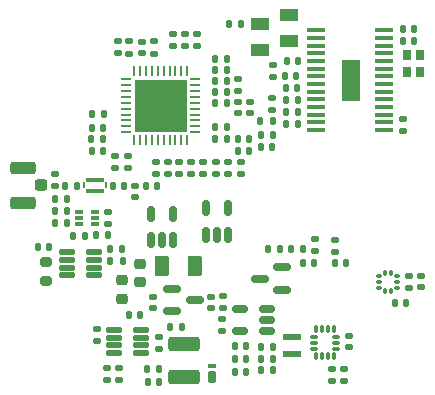
<source format=gbr>
%TF.GenerationSoftware,KiCad,Pcbnew,9.0.1*%
%TF.CreationDate,2026-02-05T11:07:33+03:00*%
%TF.ProjectId,Flybot_FC,466c7962-6f74-45f4-9643-2e6b69636164,rev?*%
%TF.SameCoordinates,Original*%
%TF.FileFunction,Paste,Bot*%
%TF.FilePolarity,Positive*%
%FSLAX46Y46*%
G04 Gerber Fmt 4.6, Leading zero omitted, Abs format (unit mm)*
G04 Created by KiCad (PCBNEW 9.0.1) date 2026-02-05 11:07:33*
%MOMM*%
%LPD*%
G01*
G04 APERTURE LIST*
G04 Aperture macros list*
%AMRoundRect*
0 Rectangle with rounded corners*
0 $1 Rounding radius*
0 $2 $3 $4 $5 $6 $7 $8 $9 X,Y pos of 4 corners*
0 Add a 4 corners polygon primitive as box body*
4,1,4,$2,$3,$4,$5,$6,$7,$8,$9,$2,$3,0*
0 Add four circle primitives for the rounded corners*
1,1,$1+$1,$2,$3*
1,1,$1+$1,$4,$5*
1,1,$1+$1,$6,$7*
1,1,$1+$1,$8,$9*
0 Add four rect primitives between the rounded corners*
20,1,$1+$1,$2,$3,$4,$5,0*
20,1,$1+$1,$4,$5,$6,$7,0*
20,1,$1+$1,$6,$7,$8,$9,0*
20,1,$1+$1,$8,$9,$2,$3,0*%
G04 Aperture macros list end*
%ADD10C,0.010000*%
%ADD11R,4.500000X4.500000*%
%ADD12RoundRect,0.062500X-0.062500X0.350000X-0.062500X-0.350000X0.062500X-0.350000X0.062500X0.350000X0*%
%ADD13RoundRect,0.062500X-0.350000X0.062500X-0.350000X-0.062500X0.350000X-0.062500X0.350000X0.062500X0*%
%ADD14RoundRect,0.150000X0.587500X0.150000X-0.587500X0.150000X-0.587500X-0.150000X0.587500X-0.150000X0*%
%ADD15RoundRect,0.150000X0.512500X0.150000X-0.512500X0.150000X-0.512500X-0.150000X0.512500X-0.150000X0*%
%ADD16RoundRect,0.087500X-0.087500X0.225000X-0.087500X-0.225000X0.087500X-0.225000X0.087500X0.225000X0*%
%ADD17RoundRect,0.087500X-0.225000X0.087500X-0.225000X-0.087500X0.225000X-0.087500X0.225000X0.087500X0*%
%ADD18RoundRect,0.140000X-0.140000X-0.170000X0.140000X-0.170000X0.140000X0.170000X-0.140000X0.170000X0*%
%ADD19RoundRect,0.140000X-0.170000X0.140000X-0.170000X-0.140000X0.170000X-0.140000X0.170000X0.140000X0*%
%ADD20RoundRect,0.135000X0.135000X0.185000X-0.135000X0.185000X-0.135000X-0.185000X0.135000X-0.185000X0*%
%ADD21RoundRect,0.135000X-0.135000X-0.185000X0.135000X-0.185000X0.135000X0.185000X-0.135000X0.185000X0*%
%ADD22RoundRect,0.250000X0.375000X0.625000X-0.375000X0.625000X-0.375000X-0.625000X0.375000X-0.625000X0*%
%ADD23RoundRect,0.140000X0.140000X0.170000X-0.140000X0.170000X-0.140000X-0.170000X0.140000X-0.170000X0*%
%ADD24R,1.600000X0.300000*%
%ADD25R,0.250000X0.500000*%
%ADD26RoundRect,0.135000X-0.185000X0.135000X-0.185000X-0.135000X0.185000X-0.135000X0.185000X0.135000X0*%
%ADD27RoundRect,0.250000X0.275000X0.250000X-0.275000X0.250000X-0.275000X-0.250000X0.275000X-0.250000X0*%
%ADD28RoundRect,0.250000X0.850000X0.275000X-0.850000X0.275000X-0.850000X-0.275000X0.850000X-0.275000X0*%
%ADD29RoundRect,0.135000X0.185000X-0.135000X0.185000X0.135000X-0.185000X0.135000X-0.185000X-0.135000X0*%
%ADD30RoundRect,0.140000X0.170000X-0.140000X0.170000X0.140000X-0.170000X0.140000X-0.170000X-0.140000X0*%
%ADD31RoundRect,0.150000X0.150000X-0.512500X0.150000X0.512500X-0.150000X0.512500X-0.150000X-0.512500X0*%
%ADD32RoundRect,0.051250X0.688750X0.153750X-0.688750X0.153750X-0.688750X-0.153750X0.688750X-0.153750X0*%
%ADD33R,1.600000X1.000000*%
%ADD34RoundRect,0.147500X-0.147500X-0.172500X0.147500X-0.172500X0.147500X0.172500X-0.147500X0.172500X0*%
%ADD35RoundRect,0.200000X0.275000X-0.200000X0.275000X0.200000X-0.275000X0.200000X-0.275000X-0.200000X0*%
%ADD36RoundRect,0.150000X-0.587500X-0.150000X0.587500X-0.150000X0.587500X0.150000X-0.587500X0.150000X0*%
%ADD37RoundRect,0.147500X0.147500X0.172500X-0.147500X0.172500X-0.147500X-0.172500X0.147500X-0.172500X0*%
%ADD38RoundRect,0.125000X-0.537500X-0.125000X0.537500X-0.125000X0.537500X0.125000X-0.537500X0.125000X0*%
%ADD39RoundRect,0.147500X-0.172500X0.147500X-0.172500X-0.147500X0.172500X-0.147500X0.172500X0.147500X0*%
%ADD40RoundRect,0.137500X-0.662500X0.137500X-0.662500X-0.137500X0.662500X-0.137500X0.662500X0.137500X0*%
%ADD41RoundRect,0.225000X0.250000X-0.225000X0.250000X0.225000X-0.250000X0.225000X-0.250000X-0.225000X0*%
%ADD42RoundRect,0.087500X-0.250000X-0.087500X0.250000X-0.087500X0.250000X0.087500X-0.250000X0.087500X0*%
%ADD43R,0.800000X0.900000*%
%ADD44RoundRect,0.087500X0.087500X-0.125000X0.087500X0.125000X-0.087500X0.125000X-0.087500X-0.125000X0*%
%ADD45RoundRect,0.087500X0.125000X-0.087500X0.125000X0.087500X-0.125000X0.087500X-0.125000X-0.087500X0*%
%ADD46RoundRect,0.218750X-0.256250X0.218750X-0.256250X-0.218750X0.256250X-0.218750X0.256250X0.218750X0*%
%ADD47RoundRect,0.096250X-0.248750X0.096250X-0.248750X-0.096250X0.248750X-0.096250X0.248750X0.096250X0*%
%ADD48RoundRect,0.172500X-0.172500X0.345000X-0.172500X-0.345000X0.172500X-0.345000X0.172500X0.345000X0*%
%ADD49RoundRect,0.250000X-1.075000X0.375000X-1.075000X-0.375000X1.075000X-0.375000X1.075000X0.375000X0*%
%ADD50RoundRect,0.147500X0.172500X-0.147500X0.172500X0.147500X-0.172500X0.147500X-0.172500X-0.147500X0*%
G04 APERTURE END LIST*
D10*
%TO.C,U2*%
X146363000Y-90425000D02*
X144937000Y-90425000D01*
X144937000Y-87075000D01*
X146363000Y-87075000D01*
X146363000Y-90425000D01*
G36*
X146363000Y-90425000D02*
G01*
X144937000Y-90425000D01*
X144937000Y-87075000D01*
X146363000Y-87075000D01*
X146363000Y-90425000D01*
G37*
%TD*%
D11*
%TO.C,U3*%
X129605000Y-90905000D03*
D12*
X127355000Y-87967500D03*
X127855000Y-87967500D03*
X128355000Y-87967500D03*
X128855000Y-87967500D03*
X129355000Y-87967500D03*
X129855000Y-87967500D03*
X130355000Y-87967500D03*
X130855000Y-87967500D03*
X131355000Y-87967500D03*
X131855000Y-87967500D03*
D13*
X132542500Y-88655000D03*
X132542500Y-89155000D03*
X132542500Y-89655000D03*
X132542500Y-90155000D03*
X132542500Y-90655000D03*
X132542500Y-91155000D03*
X132542500Y-91655000D03*
X132542500Y-92155000D03*
X132542500Y-92655000D03*
X132542500Y-93155000D03*
D12*
X131855000Y-93842500D03*
X131355000Y-93842500D03*
X130855000Y-93842500D03*
X130355000Y-93842500D03*
X129855000Y-93842500D03*
X129355000Y-93842500D03*
X128855000Y-93842500D03*
X128355000Y-93842500D03*
X127855000Y-93842500D03*
X127355000Y-93842500D03*
D13*
X126667500Y-93155000D03*
X126667500Y-92655000D03*
X126667500Y-92155000D03*
X126667500Y-91655000D03*
X126667500Y-91155000D03*
X126667500Y-90655000D03*
X126667500Y-90155000D03*
X126667500Y-89655000D03*
X126667500Y-89155000D03*
X126667500Y-88655000D03*
%TD*%
D14*
%TO.C,Q4*%
X139847500Y-104600000D03*
X139847500Y-106500000D03*
X137972500Y-105550000D03*
%TD*%
D15*
%TO.C,U10*%
X138607500Y-108110000D03*
X138607500Y-109060000D03*
X138607500Y-110010000D03*
X136332500Y-110010000D03*
X136332500Y-108110000D03*
%TD*%
D16*
%TO.C,U7*%
X142760000Y-109807500D03*
X143260000Y-109807500D03*
X143760000Y-109807500D03*
X144260000Y-109807500D03*
D17*
X144422500Y-110470000D03*
X144422500Y-110970000D03*
X144422500Y-111470000D03*
D16*
X144260000Y-112132500D03*
X143760000Y-112132500D03*
X143260000Y-112132500D03*
X142760000Y-112132500D03*
D17*
X142597500Y-111470000D03*
X142597500Y-110970000D03*
X142597500Y-110470000D03*
%TD*%
D18*
%TO.C,C63*%
X149425000Y-107607500D03*
X150385000Y-107607500D03*
%TD*%
D19*
%TO.C,C53*%
X125762500Y-95185000D03*
X125762500Y-96145000D03*
%TD*%
D20*
%TO.C,R12*%
X136410000Y-84020000D03*
X135390000Y-84020000D03*
%TD*%
D21*
%TO.C,R31*%
X122140000Y-101900000D03*
X123160000Y-101900000D03*
%TD*%
D22*
%TO.C,TH1*%
X132527500Y-104452500D03*
X129727500Y-104452500D03*
%TD*%
D20*
%TO.C,R18*%
X135210000Y-90690000D03*
X134190000Y-90690000D03*
%TD*%
D23*
%TO.C,C81*%
X139087500Y-113320000D03*
X138127500Y-113320000D03*
%TD*%
D24*
%TO.C,X1*%
X124030000Y-98135000D03*
D25*
X124955000Y-97660000D03*
D24*
X124030000Y-97185000D03*
D25*
X123105000Y-97660000D03*
%TD*%
D26*
%TO.C,R22*%
X144350000Y-102240000D03*
X144350000Y-103260000D03*
%TD*%
D19*
%TO.C,C37*%
X136422500Y-95695000D03*
X136422500Y-96655000D03*
%TD*%
D26*
%TO.C,R37*%
X125030000Y-113130000D03*
X125030000Y-114150000D03*
%TD*%
D18*
%TO.C,C20*%
X150130000Y-85420000D03*
X151090000Y-85420000D03*
%TD*%
D19*
%TO.C,C52*%
X135292500Y-95695000D03*
X135292500Y-96655000D03*
%TD*%
D18*
%TO.C,C47*%
X136146500Y-93705000D03*
X137106500Y-93705000D03*
%TD*%
D20*
%TO.C,R20*%
X139072500Y-92235000D03*
X138052500Y-92235000D03*
%TD*%
D27*
%TO.C,AE1*%
X119500000Y-97660000D03*
D28*
X117975000Y-99135000D03*
X117975000Y-96185000D03*
%TD*%
D26*
%TO.C,R41*%
X134762500Y-108990000D03*
X134762500Y-110010000D03*
%TD*%
D29*
%TO.C,R17*%
X126792500Y-96185000D03*
X126792500Y-95165000D03*
%TD*%
D30*
%TO.C,C41*%
X139062500Y-91245000D03*
X139062500Y-90285000D03*
%TD*%
D20*
%TO.C,R26*%
X126350000Y-103020000D03*
X125330000Y-103020000D03*
%TD*%
D23*
%TO.C,C22*%
X141247000Y-87085000D03*
X140287000Y-87085000D03*
%TD*%
D31*
%TO.C,D5*%
X130640000Y-102315000D03*
X129690000Y-102315000D03*
X128740000Y-102315000D03*
X128740000Y-100040000D03*
X130640000Y-100040000D03*
%TD*%
D20*
%TO.C,R33*%
X125170000Y-101860000D03*
X124150000Y-101860000D03*
%TD*%
D26*
%TO.C,R40*%
X134840000Y-107040000D03*
X134840000Y-108060000D03*
%TD*%
D20*
%TO.C,R25*%
X126370000Y-104040000D03*
X125350000Y-104040000D03*
%TD*%
D18*
%TO.C,C44*%
X134220000Y-88830000D03*
X135180000Y-88830000D03*
%TD*%
%TO.C,C39*%
X134220000Y-86970000D03*
X135180000Y-86970000D03*
%TD*%
D21*
%TO.C,R8*%
X140187000Y-91435000D03*
X141207000Y-91435000D03*
%TD*%
D26*
%TO.C,R15*%
X126952500Y-85465000D03*
X126952500Y-86485000D03*
%TD*%
D30*
%TO.C,C64*%
X150615000Y-106297500D03*
X150615000Y-105337500D03*
%TD*%
D21*
%TO.C,R11*%
X140187000Y-90415000D03*
X141207000Y-90415000D03*
%TD*%
D23*
%TO.C,C83*%
X139087500Y-112310000D03*
X138127500Y-112310000D03*
%TD*%
D32*
%TO.C,U2*%
X148525000Y-84525000D03*
X148525000Y-85175000D03*
X148525000Y-85825000D03*
X148525000Y-86475000D03*
X148525000Y-87125000D03*
X148525000Y-87775000D03*
X148525000Y-88425000D03*
X148525000Y-89075000D03*
X148525000Y-89725000D03*
X148525000Y-90375000D03*
X148525000Y-91025000D03*
X148525000Y-91675000D03*
X148525000Y-92325000D03*
X148525000Y-92975000D03*
X142775000Y-92975000D03*
X142775000Y-92325000D03*
X142775000Y-91675000D03*
X142775000Y-91025000D03*
X142775000Y-90375000D03*
X142775000Y-89725000D03*
X142775000Y-89075000D03*
X142775000Y-88425000D03*
X142775000Y-87775000D03*
X142775000Y-87125000D03*
X142775000Y-86475000D03*
X142775000Y-85825000D03*
X142775000Y-85175000D03*
X142775000Y-84525000D03*
%TD*%
D26*
%TO.C,R30*%
X125150000Y-99900000D03*
X125150000Y-100920000D03*
%TD*%
D30*
%TO.C,C34*%
X128002500Y-86455000D03*
X128002500Y-85495000D03*
%TD*%
D23*
%TO.C,C46*%
X124782500Y-91575000D03*
X123822500Y-91575000D03*
%TD*%
D19*
%TO.C,C51*%
X134262500Y-95695000D03*
X134262500Y-96655000D03*
%TD*%
D21*
%TO.C,R9*%
X140187000Y-92475000D03*
X141207000Y-92475000D03*
%TD*%
D30*
%TO.C,C36*%
X136150000Y-91550000D03*
X136150000Y-90590000D03*
%TD*%
%TO.C,C27*%
X131652500Y-85825000D03*
X131652500Y-84865000D03*
%TD*%
D23*
%TO.C,C55*%
X124702500Y-93685000D03*
X123742500Y-93685000D03*
%TD*%
D33*
%TO.C,C24*%
X140440000Y-85421000D03*
X140440000Y-83197000D03*
%TD*%
D34*
%TO.C,D4*%
X144330000Y-104250000D03*
X145300000Y-104250000D03*
%TD*%
D35*
%TO.C,R29*%
X119860000Y-105785000D03*
X119860000Y-104135000D03*
%TD*%
D23*
%TO.C,C31*%
X126507500Y-97665000D03*
X125547500Y-97665000D03*
%TD*%
D26*
%TO.C,R14*%
X125952500Y-85455000D03*
X125952500Y-86475000D03*
%TD*%
D36*
%TO.C,Q3*%
X130592500Y-108302500D03*
X130592500Y-106402500D03*
X132467500Y-107352500D03*
%TD*%
D18*
%TO.C,C77*%
X135852500Y-113410000D03*
X136812500Y-113410000D03*
%TD*%
D33*
%TO.C,C25*%
X138050000Y-86191000D03*
X138050000Y-83967000D03*
%TD*%
D18*
%TO.C,C57*%
X134220000Y-92675000D03*
X135180000Y-92675000D03*
%TD*%
%TO.C,C43*%
X134220000Y-93705000D03*
X135180000Y-93705000D03*
%TD*%
%TO.C,C48*%
X136146500Y-94725000D03*
X137106500Y-94725000D03*
%TD*%
D23*
%TO.C,C28*%
X124722500Y-94765000D03*
X123762500Y-94765000D03*
%TD*%
D37*
%TO.C,D12*%
X142587500Y-104240000D03*
X141617500Y-104240000D03*
%TD*%
D29*
%TO.C,R10*%
X150100000Y-93030000D03*
X150100000Y-92010000D03*
%TD*%
D19*
%TO.C,C80*%
X133830000Y-107100000D03*
X133830000Y-108060000D03*
%TD*%
%TO.C,C38*%
X132162500Y-95695000D03*
X132162500Y-96655000D03*
%TD*%
D20*
%TO.C,R24*%
X121660000Y-99850000D03*
X120640000Y-99850000D03*
%TD*%
D23*
%TO.C,C75*%
X129450000Y-114290000D03*
X128490000Y-114290000D03*
%TD*%
D21*
%TO.C,R38*%
X130400000Y-109650000D03*
X131420000Y-109650000D03*
%TD*%
D38*
%TO.C,U9*%
X125675000Y-111850000D03*
X125675000Y-111200000D03*
X125675000Y-110550000D03*
X125675000Y-109900000D03*
X127950000Y-109900000D03*
X127950000Y-110550000D03*
X127950000Y-111200000D03*
X127950000Y-111850000D03*
%TD*%
D21*
%TO.C,R19*%
X138062500Y-93375000D03*
X139082500Y-93375000D03*
%TD*%
D30*
%TO.C,C42*%
X137150000Y-91550000D03*
X137150000Y-90590000D03*
%TD*%
D21*
%TO.C,R35*%
X140640000Y-103040000D03*
X141660000Y-103040000D03*
%TD*%
D39*
%TO.C,D9*%
X128937500Y-107062500D03*
X128937500Y-108032500D03*
%TD*%
D40*
%TO.C,L5*%
X140722500Y-110505000D03*
X140722500Y-111955000D03*
%TD*%
D41*
%TO.C,C73*%
X126350000Y-107245000D03*
X126350000Y-105695000D03*
%TD*%
D23*
%TO.C,C54*%
X124710000Y-92750000D03*
X123750000Y-92750000D03*
%TD*%
D19*
%TO.C,C45*%
X131162500Y-95695000D03*
X131162500Y-96655000D03*
%TD*%
D42*
%TO.C,Q1*%
X122657500Y-100880000D03*
X122657500Y-100380000D03*
X122657500Y-99880000D03*
X124082500Y-99880000D03*
X124082500Y-100380000D03*
X124082500Y-100880000D03*
%TD*%
D29*
%TO.C,R13*%
X139117000Y-88505000D03*
X139117000Y-87485000D03*
%TD*%
D19*
%TO.C,C50*%
X130222500Y-95695000D03*
X130222500Y-96655000D03*
%TD*%
D43*
%TO.C,Y3*%
X150450000Y-88050000D03*
X150450000Y-86650000D03*
X151550000Y-86650000D03*
X151550000Y-88050000D03*
%TD*%
D23*
%TO.C,C71*%
X120170000Y-102880000D03*
X119210000Y-102880000D03*
%TD*%
D19*
%TO.C,C68*%
X145100000Y-113220000D03*
X145100000Y-114180000D03*
%TD*%
D44*
%TO.C,U5*%
X149092500Y-106570000D03*
X148592500Y-106570000D03*
D45*
X148080000Y-106307500D03*
X148080000Y-105807500D03*
X148080000Y-105307500D03*
D44*
X148592500Y-105045000D03*
X149092500Y-105045000D03*
D45*
X149605000Y-105307500D03*
X149605000Y-105807500D03*
X149605000Y-106307500D03*
%TD*%
D29*
%TO.C,R34*%
X126080000Y-114150000D03*
X126080000Y-113130000D03*
%TD*%
D18*
%TO.C,C40*%
X138082500Y-94395000D03*
X139042500Y-94395000D03*
%TD*%
D21*
%TO.C,R27*%
X120640000Y-98830000D03*
X121660000Y-98830000D03*
%TD*%
D18*
%TO.C,C21*%
X150130000Y-84380000D03*
X151090000Y-84380000D03*
%TD*%
D31*
%TO.C,D6*%
X135310000Y-101835000D03*
X134360000Y-101835000D03*
X133410000Y-101835000D03*
X133410000Y-99560000D03*
X135310000Y-99560000D03*
%TD*%
D30*
%TO.C,C72*%
X129430000Y-111470000D03*
X129430000Y-110510000D03*
%TD*%
D18*
%TO.C,C33*%
X128355000Y-97665000D03*
X129315000Y-97665000D03*
%TD*%
%TO.C,C35*%
X134220000Y-87910000D03*
X135180000Y-87910000D03*
%TD*%
D23*
%TO.C,C74*%
X127880000Y-108610000D03*
X126920000Y-108610000D03*
%TD*%
D19*
%TO.C,C49*%
X133222500Y-95695000D03*
X133222500Y-96655000D03*
%TD*%
D18*
%TO.C,C26*%
X140136000Y-88403000D03*
X141096000Y-88403000D03*
%TD*%
D23*
%TO.C,C76*%
X129440000Y-113210000D03*
X128480000Y-113210000D03*
%TD*%
D20*
%TO.C,R28*%
X121660000Y-100810000D03*
X120640000Y-100810000D03*
%TD*%
%TO.C,R36*%
X139720000Y-103040000D03*
X138700000Y-103040000D03*
%TD*%
D18*
%TO.C,C79*%
X135852500Y-111280000D03*
X136812500Y-111280000D03*
%TD*%
D29*
%TO.C,R21*%
X136160000Y-89660000D03*
X136160000Y-88640000D03*
%TD*%
D46*
%TO.C,D10*%
X127867500Y-104295000D03*
X127867500Y-105870000D03*
%TD*%
D30*
%TO.C,C56*%
X132662500Y-85825000D03*
X132662500Y-84865000D03*
%TD*%
%TO.C,C86*%
X130662500Y-85825000D03*
X130662500Y-84865000D03*
%TD*%
D47*
%TO.C,D8*%
X133920000Y-112951500D03*
D48*
X133920000Y-113863500D03*
%TD*%
D23*
%TO.C,C82*%
X139087500Y-111317000D03*
X138127500Y-111317000D03*
%TD*%
D18*
%TO.C,C78*%
X135852500Y-112350000D03*
X136812500Y-112350000D03*
%TD*%
D26*
%TO.C,R23*%
X142630000Y-102200000D03*
X142630000Y-103220000D03*
%TD*%
%TO.C,R16*%
X129022500Y-85465000D03*
X129022500Y-86485000D03*
%TD*%
D49*
%TO.C,L4*%
X131580000Y-111050000D03*
X131580000Y-113850000D03*
%TD*%
D19*
%TO.C,C69*%
X145570000Y-110370000D03*
X145570000Y-111330000D03*
%TD*%
D18*
%TO.C,C58*%
X134220000Y-89750000D03*
X135180000Y-89750000D03*
%TD*%
D50*
%TO.C,L3*%
X120650000Y-97665000D03*
X120650000Y-96695000D03*
%TD*%
D30*
%TO.C,C62*%
X151610000Y-106290000D03*
X151610000Y-105330000D03*
%TD*%
D29*
%TO.C,R39*%
X124190000Y-110860000D03*
X124190000Y-109840000D03*
%TD*%
D39*
%TO.C,L2*%
X127420000Y-97665000D03*
X127420000Y-98635000D03*
%TD*%
D19*
%TO.C,C29*%
X129232500Y-95695000D03*
X129232500Y-96655000D03*
%TD*%
D23*
%TO.C,C23*%
X141137000Y-89365000D03*
X140177000Y-89365000D03*
%TD*%
D38*
%TO.C,U8*%
X121655000Y-105270000D03*
X121655000Y-104620000D03*
X121655000Y-103970000D03*
X121655000Y-103320000D03*
X123930000Y-103320000D03*
X123930000Y-103970000D03*
X123930000Y-104620000D03*
X123930000Y-105270000D03*
%TD*%
D23*
%TO.C,C32*%
X122500000Y-97665000D03*
X121540000Y-97665000D03*
%TD*%
D19*
%TO.C,C70*%
X144110000Y-113220000D03*
X144110000Y-114180000D03*
%TD*%
M02*

</source>
